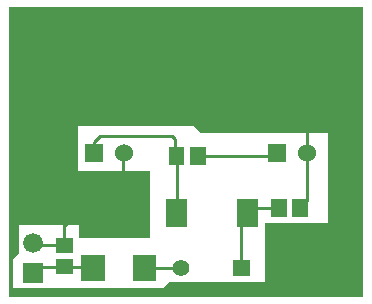
<source format=gbr>
G04 start of page 2 for group 0 idx 0 *
G04 Title: (unknown), top *
G04 Creator: pcb 1.99z *
G04 CreationDate: Tue 21 Jul 2015 11:24:29 AM GMT UTC *
G04 For: david *
G04 Format: Gerber/RS-274X *
G04 PCB-Dimensions (mm): 31.75 26.42 *
G04 PCB-Coordinate-Origin: lower left *
%MOMM*%
%FSLAX43Y43*%
%LNTOP*%
%ADD23C,0.965*%
%ADD22C,2.057*%
%ADD21C,0.889*%
%ADD20C,0.762*%
%ADD19R,1.800X1.800*%
%ADD18R,2.000X2.000*%
%ADD17R,1.300X1.300*%
%ADD16C,1.397*%
%ADD15C,1.676*%
%ADD14C,2.540*%
%ADD13C,1.524*%
%ADD12C,0.254*%
%ADD11C,0.002*%
G54D11*G36*
X762Y25654D02*X30734D01*
Y1143D01*
X762D01*
Y1905D01*
X13843D01*
X14351Y2413D01*
X22479D01*
Y7366D01*
X27813D01*
Y14986D01*
X17018D01*
X16383Y15621D01*
X6604D01*
Y11811D01*
X12700D01*
Y6096D01*
X6731D01*
Y7239D01*
X1651D01*
Y4826D01*
X1143Y4318D01*
Y1905D01*
X762D01*
Y25654D01*
G37*
G54D12*X5461Y5483D02*X3026D01*
X2794Y5715D01*
X3302Y3683D02*X2794Y3175D01*
X3302Y3683D02*X7747D01*
X7874Y3556D01*
X5461Y5483D02*Y7112D01*
X7620Y9271D01*
X5461Y5842D02*Y15875D01*
X7620Y9271D02*X9398D01*
X10414Y10287D01*
X8001Y13335D02*Y14224D01*
X8509Y14732D01*
X12254Y3556D02*X15367D01*
X20447D02*Y7747D01*
X14955Y8255D02*Y13072D01*
X20447Y7747D02*X21336Y8636D01*
X10414Y10287D02*Y13208D01*
X10541Y13335D01*
X14955Y13072D02*X14964Y13081D01*
X8509Y14732D02*X14605D01*
X14859Y14478D01*
Y13186D01*
X14964Y13081D01*
X23622Y8636D02*X21336D01*
X26035Y13335D02*Y9249D01*
X25422Y8636D01*
X23241Y13081D02*X23495Y13335D01*
X26035Y13208D02*Y18415D01*
X16764Y13081D02*X23241D01*
X28575Y18415D02*X13081D01*
X13335D01*
X2921D01*
X5461Y15875D02*X2921Y18415D01*
G54D11*G36*
X19748Y4254D02*Y2858D01*
X21146D01*
Y4254D01*
X19748D01*
G37*
G36*
X7239Y14097D02*Y12573D01*
X8763D01*
Y14097D01*
X7239D01*
G37*
G54D13*X10541Y13335D03*
G54D14*X13081Y18415D03*
X18415D03*
G54D11*G36*
X1956Y4013D02*Y2337D01*
X3632D01*
Y4013D01*
X1956D01*
G37*
G54D15*X2794Y5715D03*
G54D16*X15367Y3556D03*
G54D14*X2921Y18415D03*
G54D11*G36*
X22733Y14097D02*Y12573D01*
X24257D01*
Y14097D01*
X22733D01*
G37*
G54D13*X26035Y13335D03*
G54D14*X28575Y18415D03*
G54D17*X14964Y13181D02*Y12981D01*
X16764Y13181D02*Y12981D01*
X25422Y8736D02*Y8536D01*
X23622Y8736D02*Y8536D01*
G54D18*X7874Y3661D02*Y3451D01*
X12254Y3661D02*Y3451D01*
G54D17*X5361Y5483D02*X5561D01*
X5361Y3683D02*X5561D01*
G54D19*X14955Y8555D02*Y7955D01*
X20955Y8555D02*Y7955D01*
G54D20*G54D21*G54D22*G54D23*G54D20*G54D22*G54D21*G54D22*M02*

</source>
